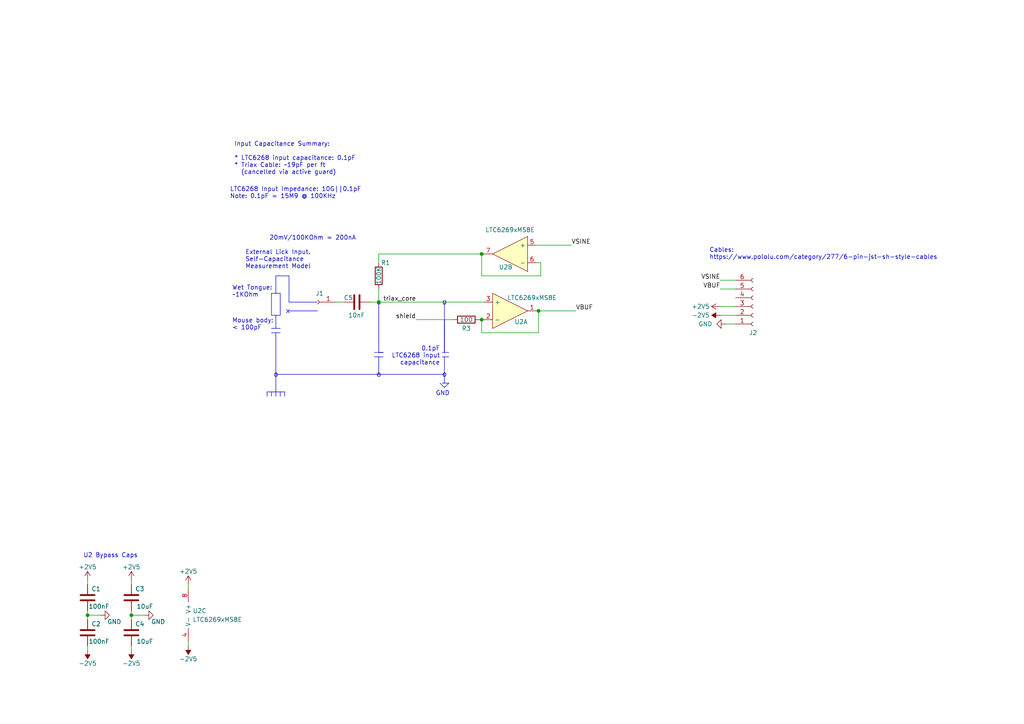
<source format=kicad_sch>
(kicad_sch (version 20231120) (generator "eeschema") (generator_version "8.0")
  (paper "A4")
  (lib_symbols
    (symbol "Amplifier_Operational:LTC6269xMS8E"
      (property "Reference" "U" (at 0 6.35 0))
      (property "Value" "LTC6269xMS8E" (at 0 3.81 0))
      (symbol "LTC6269xMS8E_1_1"
        (polyline (pts (xy -5.08 5.08) (xy 5.08 0) (xy -5.08 -5.08) (xy -5.08 5.08)) (fill (type background)))
        (pin output line (at 7.62 0 180) (length 2.54) (name "~") (number "1"))
        (pin input line (at -7.62 -2.54 0) (length 2.54) (name "-") (number "2"))
        (pin input line (at -7.62 2.54 0) (length 2.54) (name "+") (number "3"))
      )
      (symbol "LTC6269xMS8E_2_1"
        (polyline (pts (xy -5.08 5.08) (xy 5.08 0) (xy -5.08 -5.08) (xy -5.08 5.08)) (fill (type background)))
        (pin input line (at -7.62 2.54 0) (length 2.54) (name "+") (number "5"))
        (pin input line (at -7.62 -2.54 0) (length 2.54) (name "-") (number "6"))
        (pin output line (at 7.62 0 180) (length 2.54) (name "~") (number "7"))
      )
      (symbol "LTC6269xMS8E_3_1"
        (pin power_in line (at -2.54 -7.62 90) (length 3.81) (name "V-") (number "4"))
        (pin power_in line (at -2.54 7.62 270) (length 3.81) (name "V+") (number "8"))
        (pin passive line (at -2.54 -7.62 90) (length 3.81) hide (name "V-") (number "9"))
      )
    )
    (symbol "Connector:Conn_01x01_Socket" (pin_names (offset 1.016) hide)
      (property "Reference" "J" (at 0 2.54 0))
      (property "Value" "Conn_01x01_Socket" (at 0 -2.54 0))
      (symbol "Conn_01x01_Socket_1_1"
        (polyline (pts (xy -1.27 0) (xy -0.508 0)) (stroke (width 0.1524)))
        (arc (start 0 0.508) (mid -0.5058 0) (end 0 -0.508) (stroke (width 0.1524)))
        (pin passive line (at -5.08 0 0) (length 3.81) (name "Pin_1") (number "1"))
      )
    )
    (symbol "Connector:Conn_01x06_Female" (pin_names (offset 1.016) hide)
      (property "Reference" "J" (at 0 7.62 0))
      (property "Value" "Conn_01x06_Female" (at 0 -10.16 0))
      (symbol "Conn_01x06_Female_1_1"
        (arc (start 0 -7.112) (mid -0.5058 -7.62) (end 0 -8.128) (stroke (width 0.1524)))
        (arc (start 0 -4.572) (mid -0.5058 -5.08) (end 0 -5.588) (stroke (width 0.1524)))
        (arc (start 0 -2.032) (mid -0.5058 -2.54) (end 0 -3.048) (stroke (width 0.1524)))
        (polyline (pts (xy -1.27 -7.62) (xy -0.508 -7.62)) (stroke (width 0.1524)))
        (polyline (pts (xy -1.27 -5.08) (xy -0.508 -5.08)) (stroke (width 0.1524)))
        (polyline (pts (xy -1.27 -2.54) (xy -0.508 -2.54)) (stroke (width 0.1524)))
        (polyline (pts (xy -1.27 0) (xy -0.508 0)) (stroke (width 0.1524)))
        (polyline (pts (xy -1.27 2.54) (xy -0.508 2.54)) (stroke (width 0.1524)))
        (polyline (pts (xy -1.27 5.08) (xy -0.508 5.08)) (stroke (width 0.1524)))
        (arc (start 0 0.508) (mid -0.5058 0) (end 0 -0.508) (stroke (width 0.1524)))
        (arc (start 0 3.048) (mid -0.5058 2.54) (end 0 2.032) (stroke (width 0.1524)))
        (arc (start 0 5.588) (mid -0.5058 5.08) (end 0 4.572) (stroke (width 0.1524)))
        (pin passive line (at -5.08 5.08 0) (length 3.81) (name "Pin_1") (number "1"))
        (pin passive line (at -5.08 2.54 0) (length 3.81) (name "Pin_2") (number "2"))
        (pin passive line (at -5.08 0 0) (length 3.81) (name "Pin_3") (number "3"))
        (pin passive line (at -5.08 -2.54 0) (length 3.81) (name "Pin_4") (number "4"))
        (pin passive line (at -5.08 -5.08 0) (length 3.81) (name "Pin_5") (number "5"))
        (pin passive line (at -5.08 -7.62 0) (length 3.81) (name "Pin_6") (number "6"))
      )
    )
    (symbol "Device:C" (pin_numbers hide) (pin_names (offset 0.254))
      (property "Reference" "C" (at 0.635 2.54 0))
      (property "Value" "C" (at 0.635 -2.54 0))
      (symbol "C_0_1"
        (polyline (pts (xy -2.032 -0.762) (xy 2.032 -0.762)) (stroke (width 0.508)))
        (polyline (pts (xy -2.032 0.762) (xy 2.032 0.762)) (stroke (width 0.508)))
      )
      (symbol "C_1_1"
        (pin passive line (at 0 3.81 270) (length 2.794) (name "~") (number "1"))
        (pin passive line (at 0 -3.81 90) (length 2.794) (name "~") (number "2"))
      )
    )
    (symbol "Device:R" (pin_numbers hide) (pin_names (offset 0))
      (property "Reference" "R" (at 2.032 0 90))
      (property "Value" "R" (at 0 0 90))
      (symbol "R_0_1"
        (rectangle (start -1.016 -2.54) (end 1.016 2.54) (stroke (width 0.254)))
      )
      (symbol "R_1_1"
        (pin passive line (at 0 3.81 270) (length 1.27) (name "~") (number "1"))
        (pin passive line (at 0 -3.81 90) (length 1.27) (name "~") (number "2"))
      )
    )
    (symbol "power:+2V5" (power) (pin_names (offset 0))
      (property "Value" "+2V5" (at 0 3.556 0))
      (symbol "+2V5_0_1"
        (polyline (pts (xy -0.762 1.27) (xy 0 2.54)))
        (polyline (pts (xy 0 0) (xy 0 2.54)))
        (polyline (pts (xy 0 2.54) (xy 0.762 1.27)))
      )
      (symbol "+2V5_1_1"
        (pin power_in line (at 0 0 90) (length 0) hide (name "+2V5") (number "1"))
      )
    )
    (symbol "power:-2V5" (power) (pin_names (offset 0))
      (property "Value" "-2V5" (at 0 3.81 0))
      (symbol "-2V5_0_0"
        (pin power_in line (at 0 0 90) (length 0) hide (name "-2V5") (number "1"))
      )
      (symbol "-2V5_0_1"
        (polyline (pts (xy 0 0) (xy 0 1.27) (xy 0.762 1.27) (xy 0 2.54) (xy -0.762 1.27) (xy 0 1.27)) (fill (type outline)))
      )
    )
    (symbol "power:GND" (power) (pin_names (offset 0))
      (property "Value" "GND" (at 0 -3.81 0))
      (symbol "GND_0_1"
        (polyline (pts (xy 0 0) (xy 0 -1.27) (xy 1.27 -1.27) (xy 0 -2.54) (xy -1.27 -1.27) (xy 0 -1.27)))
      )
      (symbol "GND_1_1"
        (pin power_in line (at 0 0 270) (length 0) hide (name "GND") (number "1"))
      )
    )
  )
  (junction (at 139.7 73.66))
  (junction (at 109.855 87.63))
  (junction (at 139.7 92.71))
  (junction (at 38.1 178.435))
  (junction (at 156.21 90.17))
  (junction (at 25.4 178.435))
  (wire (pts (xy 155.575 71.12) (xy 165.735 71.12)))
  (wire (pts (xy 109.855 73.66) (xy 139.7 73.66)))
  (polyline (pts (xy 128.27 103.505) (xy 130.175 103.505)))
  (wire (pts (xy 156.845 76.2) (xy 156.845 80.01)))
  (polyline (pts (xy 128.905 112.395) (xy 127.635 111.125)))
  (wire (pts (xy 139.7 73.66) (xy 139.7 80.01)))
  (polyline (pts (xy 109.855 102.235) (xy 109.855 87.63)))
  (polyline (pts (xy 108.585 103.505) (xy 111.125 103.505)))
  (wire (pts (xy 25.4 177.165) (xy 25.4 178.435)))
  (wire (pts (xy 155.575 90.17) (xy 156.21 90.17)))
  (wire (pts (xy 25.4 168.275) (xy 25.4 169.545)))
  (polyline (pts (xy 78.74 95.25) (xy 81.28 95.25)))
  (wire (pts (xy 38.1 187.325) (xy 38.1 188.595)))
  (wire (pts (xy 25.4 178.435) (xy 29.21 178.435)))
  (wire (pts (xy 107.315 87.63) (xy 109.855 87.63)))
  (wire (pts (xy 54.61 169.545) (xy 54.61 170.815)))
  (wire (pts (xy 109.855 87.63) (xy 140.335 87.63)))
  (polyline (pts (xy 130.175 111.125) (xy 128.27 111.125)))
  (wire (pts (xy 25.4 178.435) (xy 25.4 179.705)))
  (polyline (pts (xy 81.28 91.44) (xy 81.28 85.09)))
  (polyline (pts (xy 81.28 85.09) (xy 78.74 85.09)))
  (polyline (pts (xy 80.01 108.585) (xy 80.01 113.665)))
  (wire (pts (xy 38.1 178.435) (xy 38.1 179.705)))
  (wire (pts (xy 155.575 76.2) (xy 156.845 76.2)))
  (wire (pts (xy 109.855 83.82) (xy 109.855 87.63)))
  (polyline (pts (xy 82.55 113.665) (xy 82.55 114.935)))
  (polyline (pts (xy 128.905 102.235) (xy 128.905 92.71)))
  (polyline (pts (xy 80.01 95.25) (xy 80.01 91.44)))
  (polyline (pts (xy 83.82 87.63) (xy 83.82 80.01)))
  (polyline (pts (xy 80.01 85.09) (xy 80.01 80.01)))
  (polyline (pts (xy 80.01 96.52) (xy 80.01 108.585)))
  (polyline (pts (xy 78.74 91.44) (xy 80.01 91.44)))
  (polyline (pts (xy 80.01 91.44) (xy 81.28 91.44)))
  (polyline (pts (xy 81.28 113.665) (xy 81.28 114.935)))
  (wire (pts (xy 140.335 73.66) (xy 139.7 73.66)))
  (wire (pts (xy 208.915 83.82) (xy 213.36 83.82)))
  (polyline (pts (xy 77.47 113.665) (xy 81.28 113.665)))
  (wire (pts (xy 38.1 178.435) (xy 41.91 178.435)))
  (polyline (pts (xy 78.74 96.52) (xy 81.28 96.52)))
  (wire (pts (xy 139.7 92.71) (xy 140.335 92.71)))
  (wire (pts (xy 54.61 186.055) (xy 54.61 187.325)))
  (polyline (pts (xy 128.27 102.235) (xy 130.175 102.235)))
  (wire (pts (xy 156.21 90.17) (xy 156.21 96.52)))
  (wire (pts (xy 38.1 168.275) (xy 38.1 169.545)))
  (wire (pts (xy 139.7 92.71) (xy 139.065 92.71)))
  (polyline (pts (xy 80.01 108.585) (xy 128.905 108.585)))
  (polyline (pts (xy 77.47 113.665) (xy 77.47 114.935)))
  (polyline (pts (xy 83.82 87.63) (xy 92.075 87.63)))
  (polyline (pts (xy 109.855 102.235) (xy 111.125 102.235)))
  (wire (pts (xy 213.36 93.98) (xy 210.439 93.98)))
  (wire (pts (xy 156.845 80.01) (xy 139.7 80.01)))
  (polyline (pts (xy 81.28 113.665) (xy 82.55 113.665)))
  (polyline (pts (xy 80.01 113.665) (xy 80.01 114.935)))
  (polyline (pts (xy 83.82 80.01) (xy 80.01 80.01)))
  (wire (pts (xy 208.915 91.44) (xy 213.36 91.44)))
  (wire (pts (xy 97.155 87.63) (xy 99.695 87.63)))
  (wire (pts (xy 156.21 90.17) (xy 167.005 90.17)))
  (polyline (pts (xy 109.855 108.585) (xy 109.855 103.505)))
  (polyline (pts (xy 128.905 112.395) (xy 130.175 111.125)))
  (polyline (pts (xy 78.74 113.665) (xy 78.74 114.935)))
  (wire (pts (xy 25.4 187.325) (xy 25.4 188.595)))
  (wire (pts (xy 139.7 96.52) (xy 156.21 96.52)))
  (wire (pts (xy 208.915 81.28) (xy 213.36 81.28)))
  (polyline (pts (xy 128.905 102.235) (xy 128.905 87.63)))
  (wire (pts (xy 120.65 92.71) (xy 131.445 92.71)))
  (wire (pts (xy 208.915 88.9) (xy 213.36 88.9)))
  (polyline (pts (xy 78.74 85.09) (xy 78.74 91.44)))
  (polyline (pts (xy 83.82 90.17) (xy 92.075 90.17)))
  (wire (pts (xy 139.7 92.71) (xy 139.7 96.52)))
  (wire (pts (xy 109.855 73.66) (xy 109.855 76.2)))
  (wire (pts (xy 38.1 177.165) (xy 38.1 178.435)))
  (polyline (pts (xy 108.585 102.235) (xy 111.125 102.235)))
  (polyline (pts (xy 128.905 111.125) (xy 128.905 103.505)))
  (text "U2 Bypass Caps" (at 24.13 161.925 0) (effects (font (size 1.27 1.27)) (justify left bottom)))
  (text "LTC6268 Input Impedance: 10G||0.1pF\nNote: 0.1pF = 15M9 @ 100KHz" (at 66.675 57.785 0) (effects (font (size 1.27 1.27)) (justify left bottom)))
  (text "External Lick Input.\nSelf-Capacitance\nMeasurement Model" (at 71.12 78.105 0) (effects (font (size 1.27 1.27)) (justify left bottom)))
  (text "\nWet Tongue:\n~1KOhm" (at 67.31 86.36 0) (effects (font (size 1.27 1.27)) (justify left bottom)))
  (text "GND" (at 126.365 114.935 0) (effects (font (size 1.27 1.27)) (justify left bottom)))
  (text "0.1pF\nLTC6268 input\ncapacitance" (at 127.635 106.045 0) (effects (font (size 1.27 1.27)) (justify right bottom)))
  (text "Input Capacitance Summary:\n\n* LTC6268 input capacitance: 0.1pF\n* Triax Cable: ~19pF per ft \n  (cancelled via active guard)" (at 67.945 50.8 0) (effects (font (size 1.27 1.27)) (justify left bottom)))
  (text "o" (at 128.143 109.601 0) (effects (font (size 1.5 1.5)) (justify left bottom)))
  (text "o" (at 79.248 109.601 0) (effects (font (size 1.5 1.5)) (justify left bottom)))
  (text "o" (at 128.143 88.646 0) (effects (font (size 1.5 1.5)) (justify left bottom)))
  (text "o" (at 109.093 88.646 0) (effects (font (size 1.5 1.5)) (justify left bottom)))
  (text "Mouse body:\n< 100pF" (at 67.31 95.885 0) (effects (font (size 1.27 1.27)) (justify left bottom)))
  (text "20mV/100KOhm = 200nA" (at 78.105 69.85 0) (effects (font (size 1.27 1.27)) (justify left bottom)))
  (text "Cables:\nhttps://www.pololu.com/category/277/6-pin-jst-sh-style-cables" (at 205.74 73.66 0) (effects (font (size 1.27 1.27)) (justify left)))
  (text "x" (at 82.804 91.186 0) (effects (font (size 1.5 1.5)) (justify left bottom)))
  (text "o" (at 109.093 109.601 0) (effects (font (size 1.5 1.5)) (justify left bottom)))
  (label "VBUF" (at 167.005 90.17 0))
  (label "VBUF" (at 208.915 83.82 180))
  (label "VSINE" (at 208.915 81.28 180))
  (label "VSINE" (at 165.735 71.12 0))
  (label "triax_core" (at 111.125 87.63 0))
  (label "shield" (at 120.65 92.71 180))
  (symbol (lib_id "Amplifier_Operational:LTC6269xMS8E") (at 147.955 73.66 0) (mirror y) (unit 2)
    (property "Reference" "U2" (at 146.685 77.47 0))
    (property "Value" "LTC6269xMS8E" (at 147.955 66.675 0))
    (property "Footprint" "Package_SO:MSOP-8-1EP_3x3mm_P0.65mm_EP1.68x1.88mm" (effects (hide yes)))
    (property "Datasheet" "https://www.analog.com/media/en/technical-documentation/data-sheets/62689f.pdf" (effects (hide yes)))
    (property "Description" "Dual 500MHz Ultra-Low Bias  Current FET Input Op Amps, MSOP-8" (effects (hide yes)))
    (property "Link" "https://www.digikey.com/en/products/detail/analog-devices-inc/LTC6269HDD-10-PBF/5253541" (effects (hide yes)))
  )
  (symbol (lib_id "Device:R") (at 135.255 92.71 90) (unit 1)
    (property "Reference" "R3" (at 135.255 95.25 90))
    (property "Value" "100" (at 135.255 92.71 90))
    (property "Footprint" "Resistor_SMD:R_0402_1005Metric_Pad0.72x0.64mm_HandSolder" (effects (hide yes)))
    (property "Datasheet" "n/a" (effects (hide yes)))
    (property "Link" "https://www.digikey.com/en/products/detail/yageo/RT0402FRE07100RL/1071699" (effects (hide yes)))
    (property "Manufacturer" "Yageo" (effects (hide yes)))
    (property "Manufacturer Number" "RT0402FRE07100RL" (effects (hide yes)))
    (property "Tolerance" "1%" (effects (hide yes)))
  )
  (symbol (lib_id "power:GND") (at 29.21 178.435 90) (unit 1)
    (property "Reference" "#PWR03" (effects (hide yes)))
    (property "Value" "GND" (at 31.115 180.34 90) (effects (justify right)))
  )
  (symbol (lib_id "Device:R") (at 109.855 80.01 0) (unit 1)
    (property "Reference" "R1" (at 110.49 76.2 0) (effects (justify left)))
    (property "Value" "100K" (at 109.855 82.55 90) (effects (justify left)))
    (property "Footprint" "Resistor_SMD:R_0402_1005Metric" (effects (hide yes)))
    (property "Datasheet" "n/a" (effects (hide yes)))
    (property "Manufacturer" "Yageo" (effects (hide yes)))
    (property "Tolerance" "1%" (effects (hide yes)))
  )
  (symbol (lib_id "Device:C") (at 25.4 183.515 180) (unit 1)
    (property "Reference" "C2" (at 29.21 180.975 0) (effects (justify left)))
    (property "Value" "100nF" (at 31.75 186.055 0) (effects (justify left)))
    (property "Footprint" "Capacitor_SMD:C_0402_1005Metric" (effects (hide yes)))
    (property "Datasheet" "http://www.passivecomponent.com/wp-content/uploads/datasheet/WTC_MLCC_General_Purpose.pdf" (effects (hide yes)))
    (property "Link" "https://www.digikey.com/en/products/detail/walsin-technology-corporation/0402B104K160CT/6707534" (effects (hide yes)))
    (property "Manufacturer" "Walson Technology Corporation" (effects (hide yes)))
    (property "Manufacturer Number" "0402B104K160CT" (effects (hide yes)))
    (property "Rated Voltage" "16V" (effects (hide yes)))
    (property "Temperature Coefficient" "X7R" (effects (hide yes)))
    (property "Tolerance" "10%" (effects (hide yes)))
  )
  (symbol (lib_id "Amplifier_Operational:LTC6269xMS8E") (at 57.15 178.435 0) (unit 3)
    (property "Reference" "U2" (at 55.88 177.1649 0) (effects (justify left)))
    (property "Value" "LTC6269xMS8E" (at 55.88 179.7049 0) (effects (justify left)))
    (property "Footprint" "Package_SO:MSOP-8-1EP_3x3mm_P0.65mm_EP1.68x1.88mm" (effects (hide yes)))
    (property "Datasheet" "https://www.analog.com/media/en/technical-documentation/data-sheets/62689f.pdf" (effects (hide yes)))
    (property "Description" "Dual 500MHz Ultra-Low Bias  Current FET Input Op Amps, MSOP-8" (effects (hide yes)))
    (property "Link" "https://www.digikey.com/en/products/detail/analog-devices-inc/LTC6269HDD-10-PBF/5253541" (effects (hide yes)))
  )
  (symbol (lib_id "power:GND") (at 210.439 93.98 270) (mirror x) (unit 1)
    (property "Reference" "#PWR012" (effects (hide yes)))
    (property "Value" "GND" (at 206.629 93.9799 90) (effects (justify right)))
  )
  (symbol (lib_id "power:-2V5") (at 25.4 188.595 180) (unit 1)
    (property "Reference" "#PWR02" (effects (hide yes)))
    (property "Value" "-2V5" (at 25.4 192.405 0))
  )
  (symbol (lib_id "Device:C") (at 103.505 87.63 270) (unit 1)
    (property "Reference" "C5" (at 99.695 86.36 90) (effects (justify left)))
    (property "Value" "10nF" (at 100.965 91.44 90) (effects (justify left)))
    (property "Footprint" "Capacitor_SMD:C_0402_1005Metric" (effects (hide yes)))
    (property "Datasheet" "https://www.yageo.com/upload/media/product/productsearch/datasheet/mlcc/UPY-GPHC_X7R_6.3V-to-250V_23.pdf" (effects (hide yes)))
    (property "Link" "https://www.digikey.com/en/products/detail/yageo/CC0402KPX7R8BB103/11490384" (effects (hide yes)))
    (property "Manufacturer" "Yageo" (effects (hide yes)))
    (property "Manufacturer Number" "CC0402KPX7R8BB103" (effects (hide yes)))
    (property "Rated Voltage" "25V" (effects (hide yes)))
    (property "Temperature Coefficient" "X7R" (effects (hide yes)))
    (property "Tolerance" "10%" (effects (hide yes)))
  )
  (symbol (lib_id "Device:C") (at 38.1 183.515 180) (unit 1)
    (property "Reference" "C4" (at 41.91 180.975 0) (effects (justify left)))
    (property "Value" "10uF" (at 44.45 186.055 0) (effects (justify left)))
    (property "Footprint" "Capacitor_SMD:C_0805_2012Metric" (effects (hide yes)))
    (property "Datasheet" "https://search.murata.co.jp/Ceramy/image/img/A01X/G101/ENG/GRM21BZ71E106KE15-01.pdf" (effects (hide yes)))
    (property "Link" "https://www.digikey.com/en/products/detail/murata-electronics/GRM21BZ71E106KE15L/13904911" (effects (hide yes)))
    (property "Manufacturer" "Murata Electronics" (effects (hide yes)))
    (property "Manufacturer Number" "GRM21BZ71E106KE15L" (effects (hide yes)))
    (property "Rated Voltage" "25V" (effects (hide yes)))
    (property "Temperature Coefficient" "X7R" (effects (hide yes)))
    (property "Alternate" "CL21B106KOQNNNE" (effects (hide yes)))
  )
  (symbol (lib_id "power:+2V5") (at 25.4 168.275 0) (unit 1)
    (property "Reference" "#PWR01" (effects (hide yes)))
    (property "Value" "+2V5" (at 25.4 164.465 0))
  )
  (symbol (lib_id "power:-2V5") (at 38.1 188.595 180) (unit 1)
    (property "Reference" "#PWR05" (effects (hide yes)))
    (property "Value" "-2V5" (at 38.1 192.405 0))
  )
  (symbol (lib_id "power:+2V5") (at 54.61 169.545 0) (unit 1)
    (property "Reference" "#PWR09" (effects (hide yes)))
    (property "Value" "+2V5" (at 54.61 165.735 0))
  )
  (symbol (lib_id "Device:C") (at 25.4 173.355 180) (unit 1)
    (property "Reference" "C1" (at 29.21 170.815 0) (effects (justify left)))
    (property "Value" "100nF" (at 31.75 175.895 0) (effects (justify left)))
    (property "Footprint" "Capacitor_SMD:C_0402_1005Metric" (effects (hide yes)))
    (property "Datasheet" "http://www.passivecomponent.com/wp-content/uploads/datasheet/WTC_MLCC_General_Purpose.pdf" (effects (hide yes)))
    (property "Link" "https://www.digikey.com/en/products/detail/walsin-technology-corporation/0402B104K160CT/6707534" (effects (hide yes)))
    (property "Manufacturer" "Walson Technology Corporation" (effects (hide yes)))
    (property "Manufacturer Number" "0402B104K160CT" (effects (hide yes)))
    (property "Rated Voltage" "16V" (effects (hide yes)))
    (property "Temperature Coefficient" "X7R" (effects (hide yes)))
    (property "Tolerance" "10%" (effects (hide yes)))
  )
  (symbol (lib_id "Connector:Conn_01x01_Socket") (at 92.075 87.63 180) (unit 1)
    (property "Reference" "J1" (at 92.71 85.09 0))
    (property "Value" "Conn_01x01_Socket" (effects (hide yes)))
    (property "Footprint" "MountingHole:MountingHole_3.2mm_M3_Pad_TopOnly" (effects (hide yes)))
    (property "Description" "Generic connector, single row, 01x01, script generated" (effects (hide yes)))
  )
  (symbol (lib_id "power:GND") (at 41.91 178.435 90) (unit 1)
    (property "Reference" "#PWR06" (effects (hide yes)))
    (property "Value" "GND" (at 43.815 180.34 90) (effects (justify right)))
  )
  (symbol (lib_id "Device:C") (at 38.1 173.355 180) (unit 1)
    (property "Reference" "C3" (at 41.91 170.815 0) (effects (justify left)))
    (property "Value" "10uF" (at 44.45 175.895 0) (effects (justify left)))
    (property "Footprint" "Capacitor_SMD:C_0805_2012Metric" (effects (hide yes)))
    (property "Datasheet" "https://search.murata.co.jp/Ceramy/image/img/A01X/G101/ENG/GRM21BZ71E106KE15-01.pdf" (effects (hide yes)))
    (property "Link" "https://www.digikey.com/en/products/detail/murata-electronics/GRM21BZ71E106KE15L/13904911" (effects (hide yes)))
    (property "Manufacturer" "Murata Electronics" (effects (hide yes)))
    (property "Manufacturer Number" "GRM21BZ71E106KE15L" (effects (hide yes)))
    (property "Rated Voltage" "25V" (effects (hide yes)))
    (property "Temperature Coefficient" "X7R" (effects (hide yes)))
    (property "Alternate" "CL21B106KOQNNNE" (effects (hide yes)))
  )
  (symbol (lib_id "power:+2V5") (at 208.915 88.9 90) (unit 1)
    (property "Reference" "#PWR013" (effects (hide yes)))
    (property "Value" "+2V5" (at 203.2 88.9 90))
  )
  (symbol (lib_id "power:-2V5") (at 54.61 187.325 180) (unit 1)
    (property "Reference" "#PWR010" (effects (hide yes)))
    (property "Value" "-2V5" (at 54.61 191.135 0))
  )
  (symbol (lib_id "power:-2V5") (at 208.915 91.44 90) (unit 1)
    (property "Reference" "#PWR014" (effects (hide yes)))
    (property "Value" "-2V5" (at 203.2 91.44 90))
  )
  (symbol (lib_id "power:+2V5") (at 38.1 168.275 0) (unit 1)
    (property "Reference" "#PWR04" (effects (hide yes)))
    (property "Value" "+2V5" (at 38.1 164.465 0))
  )
  (symbol (lib_id "Amplifier_Operational:LTC6269xMS8E") (at 147.955 90.17 0) (unit 1)
    (property "Reference" "U2" (at 151.13 93.345 0))
    (property "Value" "LTC6269xMS8E" (at 154.305 86.36 0))
    (property "Footprint" "Package_SO:MSOP-8-1EP_3x3mm_P0.65mm_EP1.68x1.88mm" (effects (hide yes)))
    (property "Datasheet" "https://www.analog.com/media/en/technical-documentation/data-sheets/62689f.pdf" (effects (hide yes)))
    (property "Description" "Dual 500MHz Ultra-Low Bias  Current FET Input Op Amps, MSOP-8" (effects (hide yes)))
    (property "Link" "https://www.digikey.com/en/products/detail/analog-devices-inc/LTC6269HDD-10-PBF/5253541" (effects (hide yes)))
  )
  (symbol (lib_id "Connector:Conn_01x06_Female") (at 218.44 88.9 0) (mirror x) (unit 1)
    (property "Reference" "J2" (at 218.44 96.52 0))
    (property "Value" "Conn_01x06_Female" (effects (hide yes)))
    (property "Footprint" "Connector_JST:JST_SH_SM06B-SRSS-TB_1x06-1MP_P1.00mm_Horizontal" (effects (hide yes)))
    (property "Datasheet" "https://www.farnell.com/datasheets/2082363.pdf" (effects (hide yes)))
    (property "Link" "https://www.newark.com/jst-japan-solderless-terminals/sm06b-srss-tb-lf-sn/connector-header-6pos-1row-1mm/dp/33P8182?ost=sm06b-srss-tb%28lf%29%28sn%29" (effects (hide yes)))
    (property "Manufacturer Num" "SM06B-SRSS-TB(LF)(SN)" (effects (hide yes)))
    (property "Vendor" "Newark" (effects (hide yes)))
    (property "Vendor Num" "33P8182" (effects (hide yes)))
  )
)
</source>
